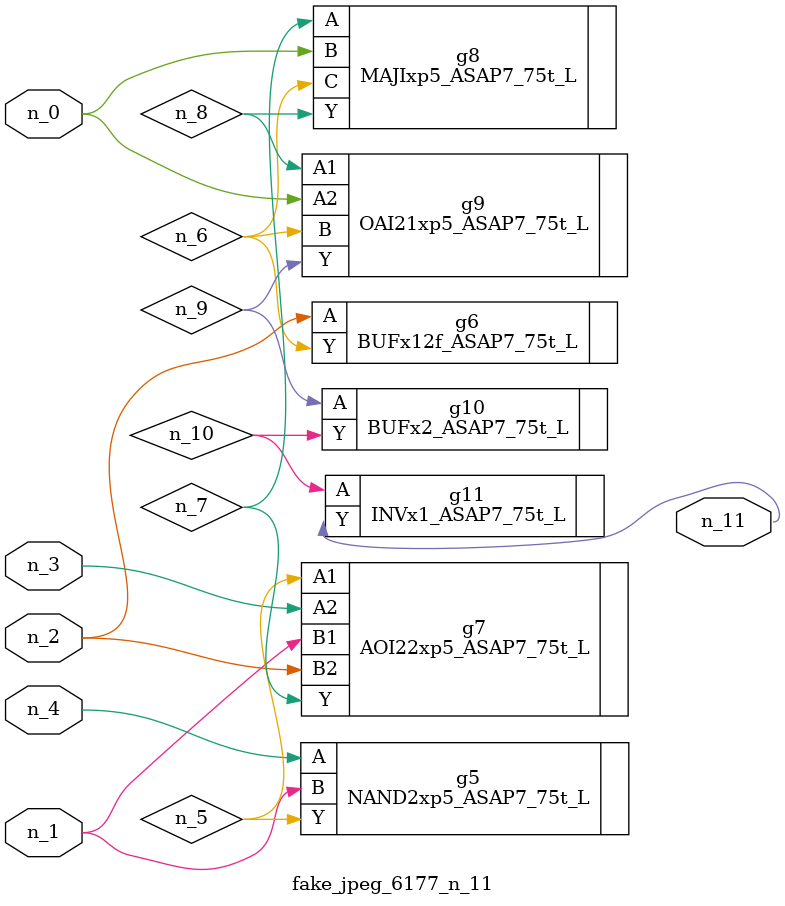
<source format=v>
module fake_jpeg_6177_n_11 (n_3, n_2, n_1, n_0, n_4, n_11);

input n_3;
input n_2;
input n_1;
input n_0;
input n_4;

output n_11;

wire n_10;
wire n_8;
wire n_9;
wire n_6;
wire n_5;
wire n_7;

NAND2xp5_ASAP7_75t_L g5 ( 
.A(n_4),
.B(n_1),
.Y(n_5)
);

BUFx12f_ASAP7_75t_L g6 ( 
.A(n_2),
.Y(n_6)
);

AOI22xp5_ASAP7_75t_L g7 ( 
.A1(n_5),
.A2(n_3),
.B1(n_1),
.B2(n_2),
.Y(n_7)
);

MAJIxp5_ASAP7_75t_L g8 ( 
.A(n_7),
.B(n_0),
.C(n_6),
.Y(n_8)
);

OAI21xp5_ASAP7_75t_L g9 ( 
.A1(n_8),
.A2(n_0),
.B(n_6),
.Y(n_9)
);

BUFx2_ASAP7_75t_L g10 ( 
.A(n_9),
.Y(n_10)
);

INVx1_ASAP7_75t_L g11 ( 
.A(n_10),
.Y(n_11)
);


endmodule
</source>
